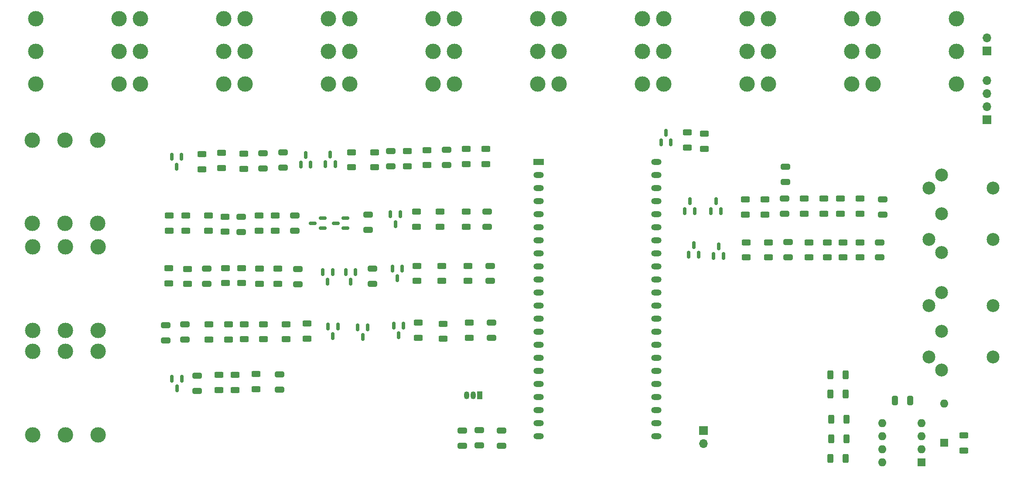
<source format=gts>
G04 #@! TF.GenerationSoftware,KiCad,Pcbnew,7.0.11+dfsg-1build4*
G04 #@! TF.CreationDate,2024-10-20T23:49:45+01:00*
G04 #@! TF.ProjectId,edrumulus,65647275-6d75-46c7-9573-2e6b69636164,rev?*
G04 #@! TF.SameCoordinates,Original*
G04 #@! TF.FileFunction,Soldermask,Top*
G04 #@! TF.FilePolarity,Negative*
%FSLAX46Y46*%
G04 Gerber Fmt 4.6, Leading zero omitted, Abs format (unit mm)*
G04 Created by KiCad (PCBNEW 7.0.11+dfsg-1build4) date 2024-10-20 23:49:45*
%MOMM*%
%LPD*%
G01*
G04 APERTURE LIST*
G04 Aperture macros list*
%AMRoundRect*
0 Rectangle with rounded corners*
0 $1 Rounding radius*
0 $2 $3 $4 $5 $6 $7 $8 $9 X,Y pos of 4 corners*
0 Add a 4 corners polygon primitive as box body*
4,1,4,$2,$3,$4,$5,$6,$7,$8,$9,$2,$3,0*
0 Add four circle primitives for the rounded corners*
1,1,$1+$1,$2,$3*
1,1,$1+$1,$4,$5*
1,1,$1+$1,$6,$7*
1,1,$1+$1,$8,$9*
0 Add four rect primitives between the rounded corners*
20,1,$1+$1,$2,$3,$4,$5,0*
20,1,$1+$1,$4,$5,$6,$7,0*
20,1,$1+$1,$6,$7,$8,$9,0*
20,1,$1+$1,$8,$9,$2,$3,0*%
G04 Aperture macros list end*
%ADD10RoundRect,0.250000X-0.325000X-0.650000X0.325000X-0.650000X0.325000X0.650000X-0.325000X0.650000X0*%
%ADD11RoundRect,0.250000X-0.312500X-0.625000X0.312500X-0.625000X0.312500X0.625000X-0.312500X0.625000X0*%
%ADD12RoundRect,0.250000X0.625000X-0.312500X0.625000X0.312500X-0.625000X0.312500X-0.625000X-0.312500X0*%
%ADD13RoundRect,0.250000X-0.625000X0.312500X-0.625000X-0.312500X0.625000X-0.312500X0.625000X0.312500X0*%
%ADD14RoundRect,0.250000X0.312500X0.625000X-0.312500X0.625000X-0.312500X-0.625000X0.312500X-0.625000X0*%
%ADD15RoundRect,0.150000X0.587500X0.150000X-0.587500X0.150000X-0.587500X-0.150000X0.587500X-0.150000X0*%
%ADD16RoundRect,0.150000X-0.150000X0.587500X-0.150000X-0.587500X0.150000X-0.587500X0.150000X0.587500X0*%
%ADD17RoundRect,0.150000X0.150000X-0.587500X0.150000X0.587500X-0.150000X0.587500X-0.150000X-0.587500X0*%
%ADD18RoundRect,0.250000X-0.650000X0.325000X-0.650000X-0.325000X0.650000X-0.325000X0.650000X0.325000X0*%
%ADD19RoundRect,0.250000X0.650000X-0.325000X0.650000X0.325000X-0.650000X0.325000X-0.650000X-0.325000X0*%
%ADD20C,3.000000*%
%ADD21R,1.050000X1.500000*%
%ADD22O,1.050000X1.500000*%
%ADD23R,1.600000X1.600000*%
%ADD24O,1.600000X1.600000*%
%ADD25R,1.700000X1.700000*%
%ADD26O,1.700000X1.700000*%
%ADD27C,2.500000*%
%ADD28R,2.000000X1.200000*%
%ADD29O,2.000000X1.200000*%
G04 APERTURE END LIST*
D10*
X201901000Y-112395000D03*
X204851000Y-112395000D03*
D11*
X189353000Y-107442000D03*
X192278000Y-107442000D03*
D12*
X73787000Y-110363000D03*
X73787000Y-107438000D03*
D13*
X77851000Y-107249500D03*
X77851000Y-110174500D03*
X70612000Y-107438000D03*
X70612000Y-110363000D03*
X87757000Y-100346500D03*
X87757000Y-97421500D03*
X83693000Y-100473500D03*
X83693000Y-97548500D03*
D12*
X79248000Y-97548500D03*
X79248000Y-100473500D03*
X75565000Y-97548500D03*
X75565000Y-100473500D03*
D13*
X68707000Y-100539000D03*
X68707000Y-97614000D03*
X72517000Y-100539000D03*
X72517000Y-97614000D03*
D12*
X75057000Y-86628000D03*
X75057000Y-89553000D03*
D13*
X78486000Y-89680000D03*
X78486000Y-86755000D03*
X71882000Y-89553000D03*
X71882000Y-86628000D03*
D12*
X82042000Y-89680000D03*
X82042000Y-86755000D03*
X60899000Y-89601000D03*
X60899000Y-86676000D03*
D13*
X64582000Y-86803000D03*
X64582000Y-89728000D03*
D11*
X189353000Y-123698000D03*
X192278000Y-123698000D03*
D14*
X192466500Y-119888000D03*
X189541500Y-119888000D03*
D11*
X189353000Y-111125000D03*
X192278000Y-111125000D03*
D12*
X215275000Y-122122500D03*
X215275000Y-119197500D03*
D14*
X192466500Y-116078000D03*
X189541500Y-116078000D03*
D12*
X71181000Y-67170000D03*
X71181000Y-64245000D03*
D13*
X118999000Y-89141500D03*
X118999000Y-86216500D03*
X118618000Y-78600500D03*
X118618000Y-75675500D03*
X119253000Y-100203000D03*
X119253000Y-97278000D03*
D12*
X161544000Y-63184500D03*
X161544000Y-60259500D03*
D13*
X75499000Y-64437500D03*
X75499000Y-67362500D03*
X67371000Y-64482500D03*
X67371000Y-67407500D03*
D12*
X113919000Y-86216500D03*
X113919000Y-89141500D03*
X109093000Y-86216500D03*
X109093000Y-89141500D03*
X113538000Y-75675500D03*
X113538000Y-78600500D03*
X108966000Y-75675500D03*
X108966000Y-78600500D03*
X114173000Y-97470500D03*
X114173000Y-100395500D03*
X109347000Y-97278000D03*
X109347000Y-100203000D03*
X164846000Y-63438500D03*
X164846000Y-60513500D03*
D13*
X185166000Y-81644500D03*
X185166000Y-84569500D03*
X188722000Y-81644500D03*
X188722000Y-84569500D03*
D12*
X195072000Y-76060500D03*
X195072000Y-73135500D03*
X191262000Y-76060500D03*
X191262000Y-73135500D03*
X107188000Y-63921000D03*
X107188000Y-66846000D03*
X110998000Y-63688500D03*
X110998000Y-66613500D03*
D13*
X71821000Y-76647000D03*
X71821000Y-79572000D03*
X68646000Y-76454500D03*
X68646000Y-79379500D03*
D12*
X191770000Y-84569500D03*
X191770000Y-81644500D03*
X195072000Y-84569500D03*
X195072000Y-81644500D03*
D13*
X184277000Y-73135500D03*
X184277000Y-76060500D03*
X188087000Y-73135500D03*
X188087000Y-76060500D03*
X118618000Y-66421000D03*
X118618000Y-63496000D03*
X122428000Y-66421000D03*
X122428000Y-63496000D03*
X78396000Y-76454500D03*
X78396000Y-79379500D03*
X81571000Y-76454500D03*
X81571000Y-79379500D03*
X172974000Y-81644500D03*
X172974000Y-84569500D03*
X177292000Y-81644500D03*
X177292000Y-84569500D03*
X172847000Y-73328000D03*
X172847000Y-76253000D03*
X176657000Y-73328000D03*
X176657000Y-76253000D03*
D12*
X96423000Y-64113500D03*
X96423000Y-67038500D03*
X100868000Y-64113500D03*
X100868000Y-67038500D03*
D13*
X61026000Y-76454500D03*
X61026000Y-79379500D03*
D12*
X64201000Y-79379500D03*
X64201000Y-76454500D03*
D15*
X90763500Y-78867000D03*
X90763500Y-76967000D03*
X88888500Y-77917000D03*
D16*
X63434000Y-108155500D03*
X61534000Y-108155500D03*
X62484000Y-110030500D03*
X92771000Y-99870000D03*
X91821000Y-97995000D03*
X93721000Y-97995000D03*
X98547000Y-100045500D03*
X97597000Y-98170500D03*
X99497000Y-98170500D03*
X91755000Y-89281500D03*
X90805000Y-87406500D03*
X92705000Y-87406500D03*
X97155000Y-87406500D03*
X95255000Y-87406500D03*
X96205000Y-89281500D03*
D17*
X157414000Y-60355000D03*
X158364000Y-62230000D03*
X156464000Y-62230000D03*
D16*
X106487000Y-97803000D03*
X104587000Y-97803000D03*
X105537000Y-99678000D03*
X63368000Y-65024000D03*
X61468000Y-65024000D03*
X62418000Y-66899000D03*
X105283000Y-88616500D03*
X104333000Y-86741500D03*
X106233000Y-86741500D03*
X104902000Y-78075500D03*
X103952000Y-76200500D03*
X105852000Y-76200500D03*
D17*
X161864000Y-84044500D03*
X163764000Y-84044500D03*
X162814000Y-82169500D03*
X166690000Y-84298500D03*
X168590000Y-84298500D03*
X167640000Y-82423500D03*
X161102000Y-75535500D03*
X163002000Y-75535500D03*
X162052000Y-73660500D03*
X166182000Y-75535500D03*
X168082000Y-75535500D03*
X167132000Y-73660500D03*
X87503000Y-64638500D03*
X88453000Y-66513500D03*
X86553000Y-66513500D03*
X92268000Y-64546000D03*
X93218000Y-66421000D03*
X91318000Y-66421000D03*
D15*
X95208500Y-78867000D03*
X95208500Y-76967000D03*
X93333500Y-77917000D03*
D18*
X100457000Y-86790000D03*
X100457000Y-89740000D03*
X82423000Y-107364000D03*
X82423000Y-110314000D03*
D19*
X83058000Y-64184000D03*
X83058000Y-67134000D03*
D18*
X180594000Y-66978000D03*
X180594000Y-69928000D03*
X99568000Y-76249000D03*
X99568000Y-79199000D03*
D19*
X66421000Y-110568000D03*
X66421000Y-107618000D03*
X60325000Y-100740000D03*
X60325000Y-97790000D03*
X64008000Y-97585000D03*
X64008000Y-100535000D03*
X85979000Y-89770500D03*
X85979000Y-86820500D03*
D18*
X68265000Y-89740500D03*
X68265000Y-86790500D03*
X117856000Y-118230000D03*
X117856000Y-121180000D03*
X79182000Y-64314500D03*
X79182000Y-67264500D03*
D19*
X123317000Y-86204000D03*
X123317000Y-89154000D03*
X122682000Y-75663000D03*
X122682000Y-78613000D03*
D18*
X125476000Y-118286000D03*
X125476000Y-121236000D03*
D19*
X123571000Y-97265500D03*
X123571000Y-100215500D03*
X198882000Y-84582000D03*
X198882000Y-81632000D03*
D18*
X121158000Y-118159000D03*
X121158000Y-121109000D03*
X199517000Y-73328000D03*
X199517000Y-76278000D03*
X114808000Y-66626000D03*
X114808000Y-63676000D03*
X85381000Y-76442000D03*
X85381000Y-79392000D03*
D19*
X181102000Y-84533000D03*
X181102000Y-81583000D03*
D18*
X180467000Y-73123000D03*
X180467000Y-76073000D03*
X104013000Y-66831000D03*
X104013000Y-63881000D03*
D19*
X74996000Y-79597000D03*
X74996000Y-76647000D03*
D20*
X197625000Y-44535000D03*
X213855000Y-44535000D03*
X197625000Y-38185000D03*
X213855000Y-38185000D03*
X197625000Y-50885000D03*
X213855000Y-50885000D03*
D21*
X121285000Y-111400000D03*
D22*
X120015000Y-111400000D03*
X118745000Y-111400000D03*
D23*
X211455000Y-120650000D03*
D24*
X211455000Y-113030000D03*
D20*
X96025000Y-44535000D03*
X112255000Y-44535000D03*
X96025000Y-38185000D03*
X112255000Y-38185000D03*
X96025000Y-50885000D03*
X112255000Y-50885000D03*
X116345000Y-44535000D03*
X132575000Y-44535000D03*
X116345000Y-38185000D03*
X132575000Y-38185000D03*
X116345000Y-50885000D03*
X132575000Y-50885000D03*
D25*
X164719000Y-118232000D03*
D26*
X164719000Y-120772000D03*
D27*
X210964700Y-68588800D03*
X210964700Y-76088800D03*
X210964700Y-83588800D03*
X208464700Y-71088800D03*
X208464700Y-81088800D03*
X220964700Y-81088800D03*
X220964700Y-71088800D03*
D20*
X177305000Y-44535000D03*
X193535000Y-44535000D03*
X177305000Y-38185000D03*
X193535000Y-38185000D03*
X177305000Y-50885000D03*
X193535000Y-50885000D03*
D28*
X132715000Y-66040000D03*
D29*
X132715000Y-68580000D03*
X132715000Y-71120000D03*
X132715000Y-73660000D03*
X132715000Y-76200000D03*
X132715000Y-78740000D03*
X132715000Y-81280000D03*
X132715000Y-83820000D03*
X132715000Y-86360000D03*
X132715000Y-88900000D03*
X132715000Y-91440000D03*
X132715000Y-93980000D03*
X132715000Y-96520000D03*
X132715000Y-99060000D03*
X132715000Y-101600000D03*
X132715000Y-104140000D03*
X132715000Y-106680000D03*
X132715000Y-109220000D03*
X132715000Y-111760000D03*
X132711320Y-114297280D03*
X132711320Y-116837280D03*
X132711320Y-119377280D03*
X155575000Y-119380000D03*
X155575000Y-116840000D03*
X155575000Y-114300000D03*
X155575000Y-111760000D03*
X155575000Y-109220000D03*
X155575000Y-106680000D03*
X155575000Y-104140000D03*
X155575000Y-101600000D03*
X155575000Y-99060000D03*
X155575000Y-96520000D03*
X155575000Y-93980000D03*
X155575000Y-91440000D03*
X155575000Y-88900000D03*
X155575000Y-86360000D03*
X155575000Y-83820000D03*
X155575000Y-81280000D03*
X155575000Y-78740000D03*
X155575000Y-76200000D03*
X155575000Y-73660000D03*
X155575000Y-71120000D03*
X155575000Y-68580000D03*
X155575000Y-66040000D03*
D24*
X199390000Y-124460000D03*
X199390000Y-121920000D03*
X199390000Y-119380000D03*
X199390000Y-116840000D03*
X207010000Y-116840000D03*
X207010000Y-119380000D03*
X207010000Y-121920000D03*
D23*
X207010000Y-124460000D03*
D20*
X40810000Y-98780000D03*
X40810000Y-82550000D03*
X34460000Y-98780000D03*
X34460000Y-82550000D03*
X47160000Y-98780000D03*
X47160000Y-82550000D03*
X136665000Y-44535000D03*
X152895000Y-44535000D03*
X136665000Y-38185000D03*
X152895000Y-38185000D03*
X136665000Y-50885000D03*
X152895000Y-50885000D03*
D25*
X219710000Y-57785000D03*
D26*
X219710000Y-55245000D03*
X219710000Y-52705000D03*
X219710000Y-50165000D03*
D20*
X40725000Y-77965000D03*
X40725000Y-61735000D03*
X34375000Y-77965000D03*
X34375000Y-61735000D03*
X47075000Y-77965000D03*
X47075000Y-61735000D03*
X75705000Y-44535000D03*
X91935000Y-44535000D03*
X75705000Y-38185000D03*
X91935000Y-38185000D03*
X75705000Y-50885000D03*
X91935000Y-50885000D03*
X55385000Y-44535000D03*
X71615000Y-44535000D03*
X55385000Y-38185000D03*
X71615000Y-38185000D03*
X55385000Y-50885000D03*
X71615000Y-50885000D03*
X156985000Y-44535000D03*
X173215000Y-44535000D03*
X156985000Y-38185000D03*
X173215000Y-38185000D03*
X156985000Y-50885000D03*
X173215000Y-50885000D03*
D25*
X219710000Y-44450000D03*
D26*
X219710000Y-41910000D03*
D20*
X40810000Y-119100000D03*
X40810000Y-102870000D03*
X34460000Y-119100000D03*
X34460000Y-102870000D03*
X47160000Y-119100000D03*
X47160000Y-102870000D03*
X35065000Y-44535000D03*
X51295000Y-44535000D03*
X35065000Y-38185000D03*
X51295000Y-38185000D03*
X35065000Y-50885000D03*
X51295000Y-50885000D03*
D27*
X210964700Y-91448800D03*
X210964700Y-98948800D03*
X210964700Y-106448800D03*
X208464700Y-93948800D03*
X208464700Y-103948800D03*
X220964700Y-103948800D03*
X220964700Y-93948800D03*
M02*

</source>
